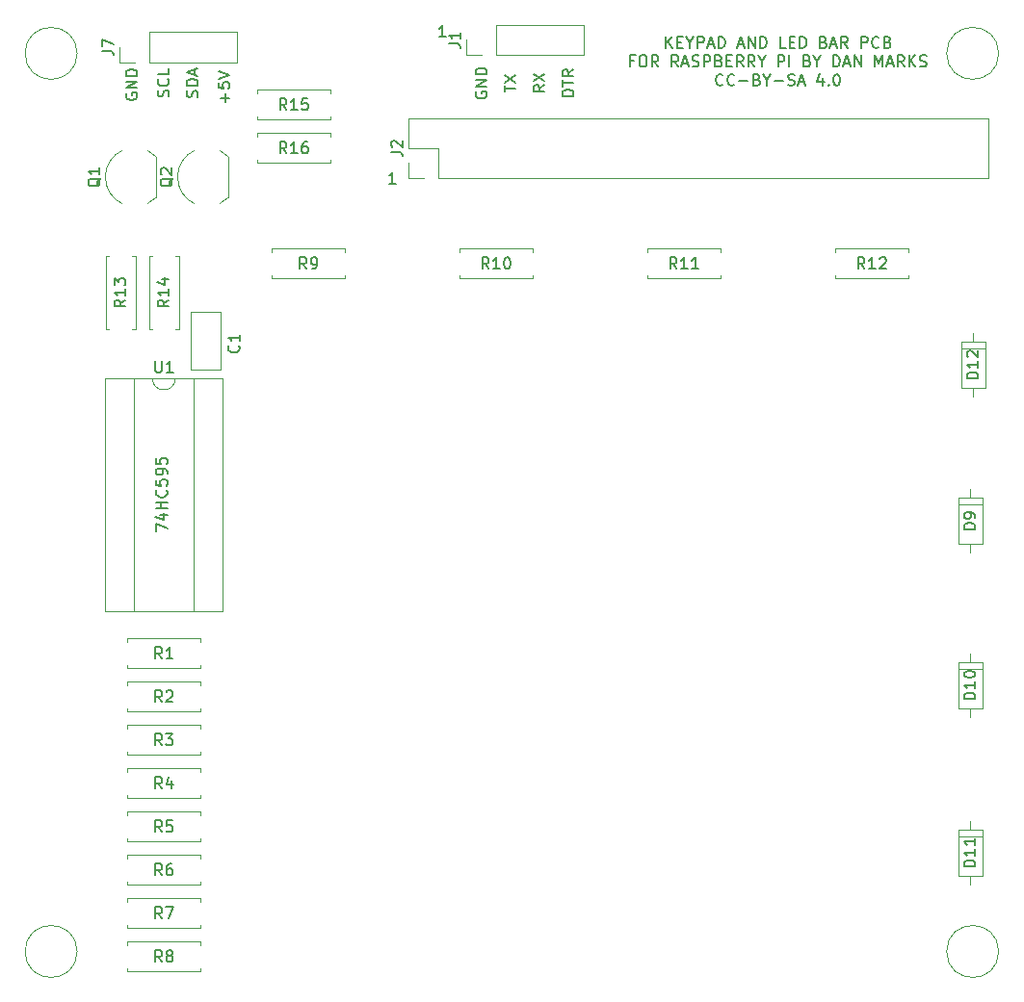
<source format=gbr>
G04 #@! TF.FileFunction,Legend,Top*
%FSLAX46Y46*%
G04 Gerber Fmt 4.6, Leading zero omitted, Abs format (unit mm)*
G04 Created by KiCad (PCBNEW 4.0.7) date 09/24/21 20:06:38*
%MOMM*%
%LPD*%
G01*
G04 APERTURE LIST*
%ADD10C,0.100000*%
%ADD11C,0.150000*%
%ADD12C,0.120000*%
G04 APERTURE END LIST*
D10*
D11*
X42314762Y-48815476D02*
X42362381Y-48672619D01*
X42362381Y-48434523D01*
X42314762Y-48339285D01*
X42267143Y-48291666D01*
X42171905Y-48244047D01*
X42076667Y-48244047D01*
X41981429Y-48291666D01*
X41933810Y-48339285D01*
X41886190Y-48434523D01*
X41838571Y-48625000D01*
X41790952Y-48720238D01*
X41743333Y-48767857D01*
X41648095Y-48815476D01*
X41552857Y-48815476D01*
X41457619Y-48767857D01*
X41410000Y-48720238D01*
X41362381Y-48625000D01*
X41362381Y-48386904D01*
X41410000Y-48244047D01*
X42267143Y-47244047D02*
X42314762Y-47291666D01*
X42362381Y-47434523D01*
X42362381Y-47529761D01*
X42314762Y-47672619D01*
X42219524Y-47767857D01*
X42124286Y-47815476D01*
X41933810Y-47863095D01*
X41790952Y-47863095D01*
X41600476Y-47815476D01*
X41505238Y-47767857D01*
X41410000Y-47672619D01*
X41362381Y-47529761D01*
X41362381Y-47434523D01*
X41410000Y-47291666D01*
X41457619Y-47244047D01*
X42362381Y-46339285D02*
X42362381Y-46815476D01*
X41362381Y-46815476D01*
X44854762Y-48839286D02*
X44902381Y-48696429D01*
X44902381Y-48458333D01*
X44854762Y-48363095D01*
X44807143Y-48315476D01*
X44711905Y-48267857D01*
X44616667Y-48267857D01*
X44521429Y-48315476D01*
X44473810Y-48363095D01*
X44426190Y-48458333D01*
X44378571Y-48648810D01*
X44330952Y-48744048D01*
X44283333Y-48791667D01*
X44188095Y-48839286D01*
X44092857Y-48839286D01*
X43997619Y-48791667D01*
X43950000Y-48744048D01*
X43902381Y-48648810D01*
X43902381Y-48410714D01*
X43950000Y-48267857D01*
X44902381Y-47839286D02*
X43902381Y-47839286D01*
X43902381Y-47601191D01*
X43950000Y-47458333D01*
X44045238Y-47363095D01*
X44140476Y-47315476D01*
X44330952Y-47267857D01*
X44473810Y-47267857D01*
X44664286Y-47315476D01*
X44759524Y-47363095D01*
X44854762Y-47458333D01*
X44902381Y-47601191D01*
X44902381Y-47839286D01*
X44616667Y-46886905D02*
X44616667Y-46410714D01*
X44902381Y-46982143D02*
X43902381Y-46648810D01*
X44902381Y-46315476D01*
X47315429Y-49291714D02*
X47315429Y-48529809D01*
X47696381Y-48910761D02*
X46934476Y-48910761D01*
X46696381Y-47577428D02*
X46696381Y-48053619D01*
X47172571Y-48101238D01*
X47124952Y-48053619D01*
X47077333Y-47958381D01*
X47077333Y-47720285D01*
X47124952Y-47625047D01*
X47172571Y-47577428D01*
X47267810Y-47529809D01*
X47505905Y-47529809D01*
X47601143Y-47577428D01*
X47648762Y-47625047D01*
X47696381Y-47720285D01*
X47696381Y-47958381D01*
X47648762Y-48053619D01*
X47601143Y-48101238D01*
X46696381Y-47244095D02*
X47696381Y-46910762D01*
X46696381Y-46577428D01*
X38616000Y-48513904D02*
X38568381Y-48609142D01*
X38568381Y-48751999D01*
X38616000Y-48894857D01*
X38711238Y-48990095D01*
X38806476Y-49037714D01*
X38996952Y-49085333D01*
X39139810Y-49085333D01*
X39330286Y-49037714D01*
X39425524Y-48990095D01*
X39520762Y-48894857D01*
X39568381Y-48751999D01*
X39568381Y-48656761D01*
X39520762Y-48513904D01*
X39473143Y-48466285D01*
X39139810Y-48466285D01*
X39139810Y-48656761D01*
X39568381Y-48037714D02*
X38568381Y-48037714D01*
X39568381Y-47466285D01*
X38568381Y-47466285D01*
X39568381Y-46990095D02*
X38568381Y-46990095D01*
X38568381Y-46752000D01*
X38616000Y-46609142D01*
X38711238Y-46513904D01*
X38806476Y-46466285D01*
X38996952Y-46418666D01*
X39139810Y-46418666D01*
X39330286Y-46466285D01*
X39425524Y-46513904D01*
X39520762Y-46609142D01*
X39568381Y-46752000D01*
X39568381Y-46990095D01*
X86051666Y-44522381D02*
X86051666Y-43522381D01*
X86623095Y-44522381D02*
X86194523Y-43950952D01*
X86623095Y-43522381D02*
X86051666Y-44093810D01*
X87051666Y-43998571D02*
X87385000Y-43998571D01*
X87527857Y-44522381D02*
X87051666Y-44522381D01*
X87051666Y-43522381D01*
X87527857Y-43522381D01*
X88146904Y-44046190D02*
X88146904Y-44522381D01*
X87813571Y-43522381D02*
X88146904Y-44046190D01*
X88480238Y-43522381D01*
X88813571Y-44522381D02*
X88813571Y-43522381D01*
X89194524Y-43522381D01*
X89289762Y-43570000D01*
X89337381Y-43617619D01*
X89385000Y-43712857D01*
X89385000Y-43855714D01*
X89337381Y-43950952D01*
X89289762Y-43998571D01*
X89194524Y-44046190D01*
X88813571Y-44046190D01*
X89765952Y-44236667D02*
X90242143Y-44236667D01*
X89670714Y-44522381D02*
X90004047Y-43522381D01*
X90337381Y-44522381D01*
X90670714Y-44522381D02*
X90670714Y-43522381D01*
X90908809Y-43522381D01*
X91051667Y-43570000D01*
X91146905Y-43665238D01*
X91194524Y-43760476D01*
X91242143Y-43950952D01*
X91242143Y-44093810D01*
X91194524Y-44284286D01*
X91146905Y-44379524D01*
X91051667Y-44474762D01*
X90908809Y-44522381D01*
X90670714Y-44522381D01*
X92385000Y-44236667D02*
X92861191Y-44236667D01*
X92289762Y-44522381D02*
X92623095Y-43522381D01*
X92956429Y-44522381D01*
X93289762Y-44522381D02*
X93289762Y-43522381D01*
X93861191Y-44522381D01*
X93861191Y-43522381D01*
X94337381Y-44522381D02*
X94337381Y-43522381D01*
X94575476Y-43522381D01*
X94718334Y-43570000D01*
X94813572Y-43665238D01*
X94861191Y-43760476D01*
X94908810Y-43950952D01*
X94908810Y-44093810D01*
X94861191Y-44284286D01*
X94813572Y-44379524D01*
X94718334Y-44474762D01*
X94575476Y-44522381D01*
X94337381Y-44522381D01*
X96575477Y-44522381D02*
X96099286Y-44522381D01*
X96099286Y-43522381D01*
X96908810Y-43998571D02*
X97242144Y-43998571D01*
X97385001Y-44522381D02*
X96908810Y-44522381D01*
X96908810Y-43522381D01*
X97385001Y-43522381D01*
X97813572Y-44522381D02*
X97813572Y-43522381D01*
X98051667Y-43522381D01*
X98194525Y-43570000D01*
X98289763Y-43665238D01*
X98337382Y-43760476D01*
X98385001Y-43950952D01*
X98385001Y-44093810D01*
X98337382Y-44284286D01*
X98289763Y-44379524D01*
X98194525Y-44474762D01*
X98051667Y-44522381D01*
X97813572Y-44522381D01*
X99908811Y-43998571D02*
X100051668Y-44046190D01*
X100099287Y-44093810D01*
X100146906Y-44189048D01*
X100146906Y-44331905D01*
X100099287Y-44427143D01*
X100051668Y-44474762D01*
X99956430Y-44522381D01*
X99575477Y-44522381D01*
X99575477Y-43522381D01*
X99908811Y-43522381D01*
X100004049Y-43570000D01*
X100051668Y-43617619D01*
X100099287Y-43712857D01*
X100099287Y-43808095D01*
X100051668Y-43903333D01*
X100004049Y-43950952D01*
X99908811Y-43998571D01*
X99575477Y-43998571D01*
X100527858Y-44236667D02*
X101004049Y-44236667D01*
X100432620Y-44522381D02*
X100765953Y-43522381D01*
X101099287Y-44522381D01*
X102004049Y-44522381D02*
X101670715Y-44046190D01*
X101432620Y-44522381D02*
X101432620Y-43522381D01*
X101813573Y-43522381D01*
X101908811Y-43570000D01*
X101956430Y-43617619D01*
X102004049Y-43712857D01*
X102004049Y-43855714D01*
X101956430Y-43950952D01*
X101908811Y-43998571D01*
X101813573Y-44046190D01*
X101432620Y-44046190D01*
X103194525Y-44522381D02*
X103194525Y-43522381D01*
X103575478Y-43522381D01*
X103670716Y-43570000D01*
X103718335Y-43617619D01*
X103765954Y-43712857D01*
X103765954Y-43855714D01*
X103718335Y-43950952D01*
X103670716Y-43998571D01*
X103575478Y-44046190D01*
X103194525Y-44046190D01*
X104765954Y-44427143D02*
X104718335Y-44474762D01*
X104575478Y-44522381D01*
X104480240Y-44522381D01*
X104337382Y-44474762D01*
X104242144Y-44379524D01*
X104194525Y-44284286D01*
X104146906Y-44093810D01*
X104146906Y-43950952D01*
X104194525Y-43760476D01*
X104242144Y-43665238D01*
X104337382Y-43570000D01*
X104480240Y-43522381D01*
X104575478Y-43522381D01*
X104718335Y-43570000D01*
X104765954Y-43617619D01*
X105527859Y-43998571D02*
X105670716Y-44046190D01*
X105718335Y-44093810D01*
X105765954Y-44189048D01*
X105765954Y-44331905D01*
X105718335Y-44427143D01*
X105670716Y-44474762D01*
X105575478Y-44522381D01*
X105194525Y-44522381D01*
X105194525Y-43522381D01*
X105527859Y-43522381D01*
X105623097Y-43570000D01*
X105670716Y-43617619D01*
X105718335Y-43712857D01*
X105718335Y-43808095D01*
X105670716Y-43903333D01*
X105623097Y-43950952D01*
X105527859Y-43998571D01*
X105194525Y-43998571D01*
X83218333Y-45648571D02*
X82884999Y-45648571D01*
X82884999Y-46172381D02*
X82884999Y-45172381D01*
X83361190Y-45172381D01*
X83932618Y-45172381D02*
X84123095Y-45172381D01*
X84218333Y-45220000D01*
X84313571Y-45315238D01*
X84361190Y-45505714D01*
X84361190Y-45839048D01*
X84313571Y-46029524D01*
X84218333Y-46124762D01*
X84123095Y-46172381D01*
X83932618Y-46172381D01*
X83837380Y-46124762D01*
X83742142Y-46029524D01*
X83694523Y-45839048D01*
X83694523Y-45505714D01*
X83742142Y-45315238D01*
X83837380Y-45220000D01*
X83932618Y-45172381D01*
X85361190Y-46172381D02*
X85027856Y-45696190D01*
X84789761Y-46172381D02*
X84789761Y-45172381D01*
X85170714Y-45172381D01*
X85265952Y-45220000D01*
X85313571Y-45267619D01*
X85361190Y-45362857D01*
X85361190Y-45505714D01*
X85313571Y-45600952D01*
X85265952Y-45648571D01*
X85170714Y-45696190D01*
X84789761Y-45696190D01*
X87123095Y-46172381D02*
X86789761Y-45696190D01*
X86551666Y-46172381D02*
X86551666Y-45172381D01*
X86932619Y-45172381D01*
X87027857Y-45220000D01*
X87075476Y-45267619D01*
X87123095Y-45362857D01*
X87123095Y-45505714D01*
X87075476Y-45600952D01*
X87027857Y-45648571D01*
X86932619Y-45696190D01*
X86551666Y-45696190D01*
X87504047Y-45886667D02*
X87980238Y-45886667D01*
X87408809Y-46172381D02*
X87742142Y-45172381D01*
X88075476Y-46172381D01*
X88361190Y-46124762D02*
X88504047Y-46172381D01*
X88742143Y-46172381D01*
X88837381Y-46124762D01*
X88885000Y-46077143D01*
X88932619Y-45981905D01*
X88932619Y-45886667D01*
X88885000Y-45791429D01*
X88837381Y-45743810D01*
X88742143Y-45696190D01*
X88551666Y-45648571D01*
X88456428Y-45600952D01*
X88408809Y-45553333D01*
X88361190Y-45458095D01*
X88361190Y-45362857D01*
X88408809Y-45267619D01*
X88456428Y-45220000D01*
X88551666Y-45172381D01*
X88789762Y-45172381D01*
X88932619Y-45220000D01*
X89361190Y-46172381D02*
X89361190Y-45172381D01*
X89742143Y-45172381D01*
X89837381Y-45220000D01*
X89885000Y-45267619D01*
X89932619Y-45362857D01*
X89932619Y-45505714D01*
X89885000Y-45600952D01*
X89837381Y-45648571D01*
X89742143Y-45696190D01*
X89361190Y-45696190D01*
X90694524Y-45648571D02*
X90837381Y-45696190D01*
X90885000Y-45743810D01*
X90932619Y-45839048D01*
X90932619Y-45981905D01*
X90885000Y-46077143D01*
X90837381Y-46124762D01*
X90742143Y-46172381D01*
X90361190Y-46172381D01*
X90361190Y-45172381D01*
X90694524Y-45172381D01*
X90789762Y-45220000D01*
X90837381Y-45267619D01*
X90885000Y-45362857D01*
X90885000Y-45458095D01*
X90837381Y-45553333D01*
X90789762Y-45600952D01*
X90694524Y-45648571D01*
X90361190Y-45648571D01*
X91361190Y-45648571D02*
X91694524Y-45648571D01*
X91837381Y-46172381D02*
X91361190Y-46172381D01*
X91361190Y-45172381D01*
X91837381Y-45172381D01*
X92837381Y-46172381D02*
X92504047Y-45696190D01*
X92265952Y-46172381D02*
X92265952Y-45172381D01*
X92646905Y-45172381D01*
X92742143Y-45220000D01*
X92789762Y-45267619D01*
X92837381Y-45362857D01*
X92837381Y-45505714D01*
X92789762Y-45600952D01*
X92742143Y-45648571D01*
X92646905Y-45696190D01*
X92265952Y-45696190D01*
X93837381Y-46172381D02*
X93504047Y-45696190D01*
X93265952Y-46172381D02*
X93265952Y-45172381D01*
X93646905Y-45172381D01*
X93742143Y-45220000D01*
X93789762Y-45267619D01*
X93837381Y-45362857D01*
X93837381Y-45505714D01*
X93789762Y-45600952D01*
X93742143Y-45648571D01*
X93646905Y-45696190D01*
X93265952Y-45696190D01*
X94456428Y-45696190D02*
X94456428Y-46172381D01*
X94123095Y-45172381D02*
X94456428Y-45696190D01*
X94789762Y-45172381D01*
X95885000Y-46172381D02*
X95885000Y-45172381D01*
X96265953Y-45172381D01*
X96361191Y-45220000D01*
X96408810Y-45267619D01*
X96456429Y-45362857D01*
X96456429Y-45505714D01*
X96408810Y-45600952D01*
X96361191Y-45648571D01*
X96265953Y-45696190D01*
X95885000Y-45696190D01*
X96885000Y-46172381D02*
X96885000Y-45172381D01*
X98456429Y-45648571D02*
X98599286Y-45696190D01*
X98646905Y-45743810D01*
X98694524Y-45839048D01*
X98694524Y-45981905D01*
X98646905Y-46077143D01*
X98599286Y-46124762D01*
X98504048Y-46172381D01*
X98123095Y-46172381D01*
X98123095Y-45172381D01*
X98456429Y-45172381D01*
X98551667Y-45220000D01*
X98599286Y-45267619D01*
X98646905Y-45362857D01*
X98646905Y-45458095D01*
X98599286Y-45553333D01*
X98551667Y-45600952D01*
X98456429Y-45648571D01*
X98123095Y-45648571D01*
X99313571Y-45696190D02*
X99313571Y-46172381D01*
X98980238Y-45172381D02*
X99313571Y-45696190D01*
X99646905Y-45172381D01*
X100742143Y-46172381D02*
X100742143Y-45172381D01*
X100980238Y-45172381D01*
X101123096Y-45220000D01*
X101218334Y-45315238D01*
X101265953Y-45410476D01*
X101313572Y-45600952D01*
X101313572Y-45743810D01*
X101265953Y-45934286D01*
X101218334Y-46029524D01*
X101123096Y-46124762D01*
X100980238Y-46172381D01*
X100742143Y-46172381D01*
X101694524Y-45886667D02*
X102170715Y-45886667D01*
X101599286Y-46172381D02*
X101932619Y-45172381D01*
X102265953Y-46172381D01*
X102599286Y-46172381D02*
X102599286Y-45172381D01*
X103170715Y-46172381D01*
X103170715Y-45172381D01*
X104408810Y-46172381D02*
X104408810Y-45172381D01*
X104742144Y-45886667D01*
X105075477Y-45172381D01*
X105075477Y-46172381D01*
X105504048Y-45886667D02*
X105980239Y-45886667D01*
X105408810Y-46172381D02*
X105742143Y-45172381D01*
X106075477Y-46172381D01*
X106980239Y-46172381D02*
X106646905Y-45696190D01*
X106408810Y-46172381D02*
X106408810Y-45172381D01*
X106789763Y-45172381D01*
X106885001Y-45220000D01*
X106932620Y-45267619D01*
X106980239Y-45362857D01*
X106980239Y-45505714D01*
X106932620Y-45600952D01*
X106885001Y-45648571D01*
X106789763Y-45696190D01*
X106408810Y-45696190D01*
X107408810Y-46172381D02*
X107408810Y-45172381D01*
X107980239Y-46172381D02*
X107551667Y-45600952D01*
X107980239Y-45172381D02*
X107408810Y-45743810D01*
X108361191Y-46124762D02*
X108504048Y-46172381D01*
X108742144Y-46172381D01*
X108837382Y-46124762D01*
X108885001Y-46077143D01*
X108932620Y-45981905D01*
X108932620Y-45886667D01*
X108885001Y-45791429D01*
X108837382Y-45743810D01*
X108742144Y-45696190D01*
X108551667Y-45648571D01*
X108456429Y-45600952D01*
X108408810Y-45553333D01*
X108361191Y-45458095D01*
X108361191Y-45362857D01*
X108408810Y-45267619D01*
X108456429Y-45220000D01*
X108551667Y-45172381D01*
X108789763Y-45172381D01*
X108932620Y-45220000D01*
X91051667Y-47727143D02*
X91004048Y-47774762D01*
X90861191Y-47822381D01*
X90765953Y-47822381D01*
X90623095Y-47774762D01*
X90527857Y-47679524D01*
X90480238Y-47584286D01*
X90432619Y-47393810D01*
X90432619Y-47250952D01*
X90480238Y-47060476D01*
X90527857Y-46965238D01*
X90623095Y-46870000D01*
X90765953Y-46822381D01*
X90861191Y-46822381D01*
X91004048Y-46870000D01*
X91051667Y-46917619D01*
X92051667Y-47727143D02*
X92004048Y-47774762D01*
X91861191Y-47822381D01*
X91765953Y-47822381D01*
X91623095Y-47774762D01*
X91527857Y-47679524D01*
X91480238Y-47584286D01*
X91432619Y-47393810D01*
X91432619Y-47250952D01*
X91480238Y-47060476D01*
X91527857Y-46965238D01*
X91623095Y-46870000D01*
X91765953Y-46822381D01*
X91861191Y-46822381D01*
X92004048Y-46870000D01*
X92051667Y-46917619D01*
X92480238Y-47441429D02*
X93242143Y-47441429D01*
X94051667Y-47298571D02*
X94194524Y-47346190D01*
X94242143Y-47393810D01*
X94289762Y-47489048D01*
X94289762Y-47631905D01*
X94242143Y-47727143D01*
X94194524Y-47774762D01*
X94099286Y-47822381D01*
X93718333Y-47822381D01*
X93718333Y-46822381D01*
X94051667Y-46822381D01*
X94146905Y-46870000D01*
X94194524Y-46917619D01*
X94242143Y-47012857D01*
X94242143Y-47108095D01*
X94194524Y-47203333D01*
X94146905Y-47250952D01*
X94051667Y-47298571D01*
X93718333Y-47298571D01*
X94908809Y-47346190D02*
X94908809Y-47822381D01*
X94575476Y-46822381D02*
X94908809Y-47346190D01*
X95242143Y-46822381D01*
X95575476Y-47441429D02*
X96337381Y-47441429D01*
X96765952Y-47774762D02*
X96908809Y-47822381D01*
X97146905Y-47822381D01*
X97242143Y-47774762D01*
X97289762Y-47727143D01*
X97337381Y-47631905D01*
X97337381Y-47536667D01*
X97289762Y-47441429D01*
X97242143Y-47393810D01*
X97146905Y-47346190D01*
X96956428Y-47298571D01*
X96861190Y-47250952D01*
X96813571Y-47203333D01*
X96765952Y-47108095D01*
X96765952Y-47012857D01*
X96813571Y-46917619D01*
X96861190Y-46870000D01*
X96956428Y-46822381D01*
X97194524Y-46822381D01*
X97337381Y-46870000D01*
X97718333Y-47536667D02*
X98194524Y-47536667D01*
X97623095Y-47822381D02*
X97956428Y-46822381D01*
X98289762Y-47822381D01*
X99813572Y-47155714D02*
X99813572Y-47822381D01*
X99575476Y-46774762D02*
X99337381Y-47489048D01*
X99956429Y-47489048D01*
X100337381Y-47727143D02*
X100385000Y-47774762D01*
X100337381Y-47822381D01*
X100289762Y-47774762D01*
X100337381Y-47727143D01*
X100337381Y-47822381D01*
X101004047Y-46822381D02*
X101099286Y-46822381D01*
X101194524Y-46870000D01*
X101242143Y-46917619D01*
X101289762Y-47012857D01*
X101337381Y-47203333D01*
X101337381Y-47441429D01*
X101289762Y-47631905D01*
X101242143Y-47727143D01*
X101194524Y-47774762D01*
X101099286Y-47822381D01*
X101004047Y-47822381D01*
X100908809Y-47774762D01*
X100861190Y-47727143D01*
X100813571Y-47631905D01*
X100765952Y-47441429D01*
X100765952Y-47203333D01*
X100813571Y-47012857D01*
X100861190Y-46917619D01*
X100908809Y-46870000D01*
X101004047Y-46822381D01*
X62285715Y-56452381D02*
X61714286Y-56452381D01*
X62000000Y-56452381D02*
X62000000Y-55452381D01*
X61904762Y-55595238D01*
X61809524Y-55690476D01*
X61714286Y-55738095D01*
X66695715Y-43532381D02*
X66124286Y-43532381D01*
X66410000Y-43532381D02*
X66410000Y-42532381D01*
X66314762Y-42675238D01*
X66219524Y-42770476D01*
X66124286Y-42818095D01*
X41212381Y-87041905D02*
X41212381Y-86375238D01*
X42212381Y-86803810D01*
X41545714Y-85565714D02*
X42212381Y-85565714D01*
X41164762Y-85803810D02*
X41879048Y-86041905D01*
X41879048Y-85422857D01*
X42212381Y-85041905D02*
X41212381Y-85041905D01*
X41688571Y-85041905D02*
X41688571Y-84470476D01*
X42212381Y-84470476D02*
X41212381Y-84470476D01*
X42117143Y-83422857D02*
X42164762Y-83470476D01*
X42212381Y-83613333D01*
X42212381Y-83708571D01*
X42164762Y-83851429D01*
X42069524Y-83946667D01*
X41974286Y-83994286D01*
X41783810Y-84041905D01*
X41640952Y-84041905D01*
X41450476Y-83994286D01*
X41355238Y-83946667D01*
X41260000Y-83851429D01*
X41212381Y-83708571D01*
X41212381Y-83613333D01*
X41260000Y-83470476D01*
X41307619Y-83422857D01*
X41212381Y-82518095D02*
X41212381Y-82994286D01*
X41688571Y-83041905D01*
X41640952Y-82994286D01*
X41593333Y-82899048D01*
X41593333Y-82660952D01*
X41640952Y-82565714D01*
X41688571Y-82518095D01*
X41783810Y-82470476D01*
X42021905Y-82470476D01*
X42117143Y-82518095D01*
X42164762Y-82565714D01*
X42212381Y-82660952D01*
X42212381Y-82899048D01*
X42164762Y-82994286D01*
X42117143Y-83041905D01*
X42212381Y-81994286D02*
X42212381Y-81803810D01*
X42164762Y-81708571D01*
X42117143Y-81660952D01*
X41974286Y-81565714D01*
X41783810Y-81518095D01*
X41402857Y-81518095D01*
X41307619Y-81565714D01*
X41260000Y-81613333D01*
X41212381Y-81708571D01*
X41212381Y-81899048D01*
X41260000Y-81994286D01*
X41307619Y-82041905D01*
X41402857Y-82089524D01*
X41640952Y-82089524D01*
X41736190Y-82041905D01*
X41783810Y-81994286D01*
X41831429Y-81899048D01*
X41831429Y-81708571D01*
X41783810Y-81613333D01*
X41736190Y-81565714D01*
X41640952Y-81518095D01*
X41212381Y-80613333D02*
X41212381Y-81089524D01*
X41688571Y-81137143D01*
X41640952Y-81089524D01*
X41593333Y-80994286D01*
X41593333Y-80756190D01*
X41640952Y-80660952D01*
X41688571Y-80613333D01*
X41783810Y-80565714D01*
X42021905Y-80565714D01*
X42117143Y-80613333D01*
X42164762Y-80660952D01*
X42212381Y-80756190D01*
X42212381Y-80994286D01*
X42164762Y-81089524D01*
X42117143Y-81137143D01*
X77922381Y-48767857D02*
X76922381Y-48767857D01*
X76922381Y-48529762D01*
X76970000Y-48386904D01*
X77065238Y-48291666D01*
X77160476Y-48244047D01*
X77350952Y-48196428D01*
X77493810Y-48196428D01*
X77684286Y-48244047D01*
X77779524Y-48291666D01*
X77874762Y-48386904D01*
X77922381Y-48529762D01*
X77922381Y-48767857D01*
X76922381Y-47910714D02*
X76922381Y-47339285D01*
X77922381Y-47625000D02*
X76922381Y-47625000D01*
X77922381Y-46434523D02*
X77446190Y-46767857D01*
X77922381Y-47005952D02*
X76922381Y-47005952D01*
X76922381Y-46624999D01*
X76970000Y-46529761D01*
X77017619Y-46482142D01*
X77112857Y-46434523D01*
X77255714Y-46434523D01*
X77350952Y-46482142D01*
X77398571Y-46529761D01*
X77446190Y-46624999D01*
X77446190Y-47005952D01*
X75382381Y-47791666D02*
X74906190Y-48125000D01*
X75382381Y-48363095D02*
X74382381Y-48363095D01*
X74382381Y-47982142D01*
X74430000Y-47886904D01*
X74477619Y-47839285D01*
X74572857Y-47791666D01*
X74715714Y-47791666D01*
X74810952Y-47839285D01*
X74858571Y-47886904D01*
X74906190Y-47982142D01*
X74906190Y-48363095D01*
X74382381Y-47458333D02*
X75382381Y-46791666D01*
X74382381Y-46791666D02*
X75382381Y-47458333D01*
X71842381Y-48386905D02*
X71842381Y-47815476D01*
X72842381Y-48101191D02*
X71842381Y-48101191D01*
X71842381Y-47577381D02*
X72842381Y-46910714D01*
X71842381Y-46910714D02*
X72842381Y-47577381D01*
X69350000Y-48386904D02*
X69302381Y-48482142D01*
X69302381Y-48624999D01*
X69350000Y-48767857D01*
X69445238Y-48863095D01*
X69540476Y-48910714D01*
X69730952Y-48958333D01*
X69873810Y-48958333D01*
X70064286Y-48910714D01*
X70159524Y-48863095D01*
X70254762Y-48767857D01*
X70302381Y-48624999D01*
X70302381Y-48529761D01*
X70254762Y-48386904D01*
X70207143Y-48339285D01*
X69873810Y-48339285D01*
X69873810Y-48529761D01*
X70302381Y-47910714D02*
X69302381Y-47910714D01*
X70302381Y-47339285D01*
X69302381Y-47339285D01*
X70302381Y-46863095D02*
X69302381Y-46863095D01*
X69302381Y-46625000D01*
X69350000Y-46482142D01*
X69445238Y-46386904D01*
X69540476Y-46339285D01*
X69730952Y-46291666D01*
X69873810Y-46291666D01*
X70064286Y-46339285D01*
X70159524Y-46386904D01*
X70254762Y-46482142D01*
X70302381Y-46625000D01*
X70302381Y-46863095D01*
D12*
X45120000Y-106390000D02*
X45120000Y-106720000D01*
X45120000Y-106720000D02*
X38700000Y-106720000D01*
X38700000Y-106720000D02*
X38700000Y-106390000D01*
X45120000Y-104430000D02*
X45120000Y-104100000D01*
X45120000Y-104100000D02*
X38700000Y-104100000D01*
X38700000Y-104100000D02*
X38700000Y-104430000D01*
X44260000Y-72860000D02*
X44260000Y-67740000D01*
X46880000Y-72860000D02*
X46880000Y-67740000D01*
X44260000Y-72860000D02*
X46880000Y-72860000D01*
X44260000Y-67740000D02*
X46880000Y-67740000D01*
X113836000Y-84046000D02*
X111716000Y-84046000D01*
X111716000Y-84046000D02*
X111716000Y-88166000D01*
X111716000Y-88166000D02*
X113836000Y-88166000D01*
X113836000Y-88166000D02*
X113836000Y-84046000D01*
X112776000Y-83276000D02*
X112776000Y-84046000D01*
X112776000Y-88936000D02*
X112776000Y-88166000D01*
X113836000Y-84706000D02*
X111716000Y-84706000D01*
X113836000Y-98524000D02*
X111716000Y-98524000D01*
X111716000Y-98524000D02*
X111716000Y-102644000D01*
X111716000Y-102644000D02*
X113836000Y-102644000D01*
X113836000Y-102644000D02*
X113836000Y-98524000D01*
X112776000Y-97754000D02*
X112776000Y-98524000D01*
X112776000Y-103414000D02*
X112776000Y-102644000D01*
X113836000Y-99184000D02*
X111716000Y-99184000D01*
X113836000Y-113256000D02*
X111716000Y-113256000D01*
X111716000Y-113256000D02*
X111716000Y-117376000D01*
X111716000Y-117376000D02*
X113836000Y-117376000D01*
X113836000Y-117376000D02*
X113836000Y-113256000D01*
X112776000Y-112486000D02*
X112776000Y-113256000D01*
X112776000Y-118146000D02*
X112776000Y-117376000D01*
X113836000Y-113916000D02*
X111716000Y-113916000D01*
X114090000Y-70330000D02*
X111970000Y-70330000D01*
X111970000Y-70330000D02*
X111970000Y-74450000D01*
X111970000Y-74450000D02*
X114090000Y-74450000D01*
X114090000Y-74450000D02*
X114090000Y-70330000D01*
X113030000Y-69560000D02*
X113030000Y-70330000D01*
X113030000Y-75220000D02*
X113030000Y-74450000D01*
X114090000Y-70990000D02*
X111970000Y-70990000D01*
X78800000Y-45145000D02*
X78800000Y-42485000D01*
X71120000Y-45145000D02*
X78800000Y-45145000D01*
X71120000Y-42485000D02*
X78800000Y-42485000D01*
X71120000Y-45145000D02*
X71120000Y-42485000D01*
X69850000Y-45145000D02*
X68520000Y-45145000D01*
X68520000Y-45145000D02*
X68520000Y-43815000D01*
X114360000Y-55940000D02*
X114360000Y-50740000D01*
X66040000Y-55940000D02*
X114360000Y-55940000D01*
X63440000Y-50740000D02*
X114360000Y-50740000D01*
X66040000Y-55940000D02*
X66040000Y-53340000D01*
X66040000Y-53340000D02*
X63440000Y-53340000D01*
X63440000Y-53340000D02*
X63440000Y-50740000D01*
X64770000Y-55940000D02*
X63440000Y-55940000D01*
X63440000Y-55940000D02*
X63440000Y-54610000D01*
X45120000Y-98770000D02*
X45120000Y-99100000D01*
X45120000Y-99100000D02*
X38700000Y-99100000D01*
X38700000Y-99100000D02*
X38700000Y-98770000D01*
X45120000Y-96810000D02*
X45120000Y-96480000D01*
X45120000Y-96480000D02*
X38700000Y-96480000D01*
X38700000Y-96480000D02*
X38700000Y-96810000D01*
X45120000Y-102580000D02*
X45120000Y-102910000D01*
X45120000Y-102910000D02*
X38700000Y-102910000D01*
X38700000Y-102910000D02*
X38700000Y-102580000D01*
X45120000Y-100620000D02*
X45120000Y-100290000D01*
X45120000Y-100290000D02*
X38700000Y-100290000D01*
X38700000Y-100290000D02*
X38700000Y-100620000D01*
X45120000Y-110200000D02*
X45120000Y-110530000D01*
X45120000Y-110530000D02*
X38700000Y-110530000D01*
X38700000Y-110530000D02*
X38700000Y-110200000D01*
X45120000Y-108240000D02*
X45120000Y-107910000D01*
X45120000Y-107910000D02*
X38700000Y-107910000D01*
X38700000Y-107910000D02*
X38700000Y-108240000D01*
X45120000Y-114010000D02*
X45120000Y-114340000D01*
X45120000Y-114340000D02*
X38700000Y-114340000D01*
X38700000Y-114340000D02*
X38700000Y-114010000D01*
X45120000Y-112050000D02*
X45120000Y-111720000D01*
X45120000Y-111720000D02*
X38700000Y-111720000D01*
X38700000Y-111720000D02*
X38700000Y-112050000D01*
X45120000Y-117820000D02*
X45120000Y-118150000D01*
X45120000Y-118150000D02*
X38700000Y-118150000D01*
X38700000Y-118150000D02*
X38700000Y-117820000D01*
X45120000Y-115860000D02*
X45120000Y-115530000D01*
X45120000Y-115530000D02*
X38700000Y-115530000D01*
X38700000Y-115530000D02*
X38700000Y-115860000D01*
X45120000Y-121630000D02*
X45120000Y-121960000D01*
X45120000Y-121960000D02*
X38700000Y-121960000D01*
X38700000Y-121960000D02*
X38700000Y-121630000D01*
X45120000Y-119670000D02*
X45120000Y-119340000D01*
X45120000Y-119340000D02*
X38700000Y-119340000D01*
X38700000Y-119340000D02*
X38700000Y-119670000D01*
X45120000Y-125440000D02*
X45120000Y-125770000D01*
X45120000Y-125770000D02*
X38700000Y-125770000D01*
X38700000Y-125770000D02*
X38700000Y-125440000D01*
X45120000Y-123480000D02*
X45120000Y-123150000D01*
X45120000Y-123150000D02*
X38700000Y-123150000D01*
X38700000Y-123150000D02*
X38700000Y-123480000D01*
X51400000Y-62520000D02*
X51400000Y-62190000D01*
X51400000Y-62190000D02*
X57820000Y-62190000D01*
X57820000Y-62190000D02*
X57820000Y-62520000D01*
X51400000Y-64480000D02*
X51400000Y-64810000D01*
X51400000Y-64810000D02*
X57820000Y-64810000D01*
X57820000Y-64810000D02*
X57820000Y-64480000D01*
X67910000Y-62520000D02*
X67910000Y-62190000D01*
X67910000Y-62190000D02*
X74330000Y-62190000D01*
X74330000Y-62190000D02*
X74330000Y-62520000D01*
X67910000Y-64480000D02*
X67910000Y-64810000D01*
X67910000Y-64810000D02*
X74330000Y-64810000D01*
X74330000Y-64810000D02*
X74330000Y-64480000D01*
X84420000Y-62520000D02*
X84420000Y-62190000D01*
X84420000Y-62190000D02*
X90840000Y-62190000D01*
X90840000Y-62190000D02*
X90840000Y-62520000D01*
X84420000Y-64480000D02*
X84420000Y-64810000D01*
X84420000Y-64810000D02*
X90840000Y-64810000D01*
X90840000Y-64810000D02*
X90840000Y-64480000D01*
X100930000Y-62520000D02*
X100930000Y-62190000D01*
X100930000Y-62190000D02*
X107350000Y-62190000D01*
X107350000Y-62190000D02*
X107350000Y-62520000D01*
X100930000Y-64480000D02*
X100930000Y-64810000D01*
X100930000Y-64810000D02*
X107350000Y-64810000D01*
X107350000Y-64810000D02*
X107350000Y-64480000D01*
X42910000Y-73600000D02*
G75*
G02X40910000Y-73600000I-1000000J0D01*
G01*
X40910000Y-73600000D02*
X39260000Y-73600000D01*
X39260000Y-73600000D02*
X39260000Y-94040000D01*
X39260000Y-94040000D02*
X44560000Y-94040000D01*
X44560000Y-94040000D02*
X44560000Y-73600000D01*
X44560000Y-73600000D02*
X42910000Y-73600000D01*
X36770000Y-73540000D02*
X36770000Y-94100000D01*
X36770000Y-94100000D02*
X47050000Y-94100000D01*
X47050000Y-94100000D02*
X47050000Y-73540000D01*
X47050000Y-73540000D02*
X36770000Y-73540000D01*
X34286000Y-45000000D02*
G75*
G03X34286000Y-45000000I-2286000J0D01*
G01*
X115286000Y-45000000D02*
G75*
G03X115286000Y-45000000I-2286000J0D01*
G01*
X115286000Y-124000000D02*
G75*
G03X115286000Y-124000000I-2286000J0D01*
G01*
X34286000Y-124000000D02*
G75*
G03X34286000Y-124000000I-2286000J0D01*
G01*
X48320000Y-45780000D02*
X48320000Y-43120000D01*
X40640000Y-45780000D02*
X48320000Y-45780000D01*
X40640000Y-43120000D02*
X48320000Y-43120000D01*
X40640000Y-45780000D02*
X40640000Y-43120000D01*
X39370000Y-45780000D02*
X38040000Y-45780000D01*
X38040000Y-45780000D02*
X38040000Y-44450000D01*
X41220000Y-57680000D02*
X41220000Y-54080000D01*
X40492795Y-58204184D02*
G75*
G03X41220000Y-57680000I-1122795J2324184D01*
G01*
X38271193Y-58236400D02*
G75*
G02X36770000Y-55880000I1098807J2356400D01*
G01*
X38271193Y-53523600D02*
G75*
G03X36770000Y-55880000I1098807J-2356400D01*
G01*
X40492795Y-53555816D02*
G75*
G02X41220000Y-54080000I-1122795J-2324184D01*
G01*
X47570000Y-57680000D02*
X47570000Y-54080000D01*
X46842795Y-58204184D02*
G75*
G03X47570000Y-57680000I-1122795J2324184D01*
G01*
X44621193Y-58236400D02*
G75*
G02X43120000Y-55880000I1098807J2356400D01*
G01*
X44621193Y-53523600D02*
G75*
G03X43120000Y-55880000I1098807J-2356400D01*
G01*
X46842795Y-53555816D02*
G75*
G02X47570000Y-54080000I-1122795J-2324184D01*
G01*
X37120000Y-69250000D02*
X36790000Y-69250000D01*
X36790000Y-69250000D02*
X36790000Y-62830000D01*
X36790000Y-62830000D02*
X37120000Y-62830000D01*
X39080000Y-69250000D02*
X39410000Y-69250000D01*
X39410000Y-69250000D02*
X39410000Y-62830000D01*
X39410000Y-62830000D02*
X39080000Y-62830000D01*
X40930000Y-69250000D02*
X40600000Y-69250000D01*
X40600000Y-69250000D02*
X40600000Y-62830000D01*
X40600000Y-62830000D02*
X40930000Y-62830000D01*
X42890000Y-69250000D02*
X43220000Y-69250000D01*
X43220000Y-69250000D02*
X43220000Y-62830000D01*
X43220000Y-62830000D02*
X42890000Y-62830000D01*
X56550000Y-50510000D02*
X56550000Y-50840000D01*
X56550000Y-50840000D02*
X50130000Y-50840000D01*
X50130000Y-50840000D02*
X50130000Y-50510000D01*
X56550000Y-48550000D02*
X56550000Y-48220000D01*
X56550000Y-48220000D02*
X50130000Y-48220000D01*
X50130000Y-48220000D02*
X50130000Y-48550000D01*
X56550000Y-54320000D02*
X56550000Y-54650000D01*
X56550000Y-54650000D02*
X50130000Y-54650000D01*
X50130000Y-54650000D02*
X50130000Y-54320000D01*
X56550000Y-52360000D02*
X56550000Y-52030000D01*
X56550000Y-52030000D02*
X50130000Y-52030000D01*
X50130000Y-52030000D02*
X50130000Y-52360000D01*
D11*
X41743334Y-105862381D02*
X41410000Y-105386190D01*
X41171905Y-105862381D02*
X41171905Y-104862381D01*
X41552858Y-104862381D01*
X41648096Y-104910000D01*
X41695715Y-104957619D01*
X41743334Y-105052857D01*
X41743334Y-105195714D01*
X41695715Y-105290952D01*
X41648096Y-105338571D01*
X41552858Y-105386190D01*
X41171905Y-105386190D01*
X42076667Y-104862381D02*
X42695715Y-104862381D01*
X42362381Y-105243333D01*
X42505239Y-105243333D01*
X42600477Y-105290952D01*
X42648096Y-105338571D01*
X42695715Y-105433810D01*
X42695715Y-105671905D01*
X42648096Y-105767143D01*
X42600477Y-105814762D01*
X42505239Y-105862381D01*
X42219524Y-105862381D01*
X42124286Y-105814762D01*
X42076667Y-105767143D01*
X48467143Y-70700666D02*
X48514762Y-70748285D01*
X48562381Y-70891142D01*
X48562381Y-70986380D01*
X48514762Y-71129238D01*
X48419524Y-71224476D01*
X48324286Y-71272095D01*
X48133810Y-71319714D01*
X47990952Y-71319714D01*
X47800476Y-71272095D01*
X47705238Y-71224476D01*
X47610000Y-71129238D01*
X47562381Y-70986380D01*
X47562381Y-70891142D01*
X47610000Y-70748285D01*
X47657619Y-70700666D01*
X48562381Y-69748285D02*
X48562381Y-70319714D01*
X48562381Y-70034000D02*
X47562381Y-70034000D01*
X47705238Y-70129238D01*
X47800476Y-70224476D01*
X47848095Y-70319714D01*
X113232381Y-86878095D02*
X112232381Y-86878095D01*
X112232381Y-86640000D01*
X112280000Y-86497142D01*
X112375238Y-86401904D01*
X112470476Y-86354285D01*
X112660952Y-86306666D01*
X112803810Y-86306666D01*
X112994286Y-86354285D01*
X113089524Y-86401904D01*
X113184762Y-86497142D01*
X113232381Y-86640000D01*
X113232381Y-86878095D01*
X113232381Y-85830476D02*
X113232381Y-85640000D01*
X113184762Y-85544761D01*
X113137143Y-85497142D01*
X112994286Y-85401904D01*
X112803810Y-85354285D01*
X112422857Y-85354285D01*
X112327619Y-85401904D01*
X112280000Y-85449523D01*
X112232381Y-85544761D01*
X112232381Y-85735238D01*
X112280000Y-85830476D01*
X112327619Y-85878095D01*
X112422857Y-85925714D01*
X112660952Y-85925714D01*
X112756190Y-85878095D01*
X112803810Y-85830476D01*
X112851429Y-85735238D01*
X112851429Y-85544761D01*
X112803810Y-85449523D01*
X112756190Y-85401904D01*
X112660952Y-85354285D01*
X113228381Y-101798286D02*
X112228381Y-101798286D01*
X112228381Y-101560191D01*
X112276000Y-101417333D01*
X112371238Y-101322095D01*
X112466476Y-101274476D01*
X112656952Y-101226857D01*
X112799810Y-101226857D01*
X112990286Y-101274476D01*
X113085524Y-101322095D01*
X113180762Y-101417333D01*
X113228381Y-101560191D01*
X113228381Y-101798286D01*
X113228381Y-100274476D02*
X113228381Y-100845905D01*
X113228381Y-100560191D02*
X112228381Y-100560191D01*
X112371238Y-100655429D01*
X112466476Y-100750667D01*
X112514095Y-100845905D01*
X112228381Y-99655429D02*
X112228381Y-99560190D01*
X112276000Y-99464952D01*
X112323619Y-99417333D01*
X112418857Y-99369714D01*
X112609333Y-99322095D01*
X112847429Y-99322095D01*
X113037905Y-99369714D01*
X113133143Y-99417333D01*
X113180762Y-99464952D01*
X113228381Y-99560190D01*
X113228381Y-99655429D01*
X113180762Y-99750667D01*
X113133143Y-99798286D01*
X113037905Y-99845905D01*
X112847429Y-99893524D01*
X112609333Y-99893524D01*
X112418857Y-99845905D01*
X112323619Y-99798286D01*
X112276000Y-99750667D01*
X112228381Y-99655429D01*
X113228381Y-116530286D02*
X112228381Y-116530286D01*
X112228381Y-116292191D01*
X112276000Y-116149333D01*
X112371238Y-116054095D01*
X112466476Y-116006476D01*
X112656952Y-115958857D01*
X112799810Y-115958857D01*
X112990286Y-116006476D01*
X113085524Y-116054095D01*
X113180762Y-116149333D01*
X113228381Y-116292191D01*
X113228381Y-116530286D01*
X113228381Y-115006476D02*
X113228381Y-115577905D01*
X113228381Y-115292191D02*
X112228381Y-115292191D01*
X112371238Y-115387429D01*
X112466476Y-115482667D01*
X112514095Y-115577905D01*
X113228381Y-114054095D02*
X113228381Y-114625524D01*
X113228381Y-114339810D02*
X112228381Y-114339810D01*
X112371238Y-114435048D01*
X112466476Y-114530286D01*
X112514095Y-114625524D01*
X113482381Y-73604286D02*
X112482381Y-73604286D01*
X112482381Y-73366191D01*
X112530000Y-73223333D01*
X112625238Y-73128095D01*
X112720476Y-73080476D01*
X112910952Y-73032857D01*
X113053810Y-73032857D01*
X113244286Y-73080476D01*
X113339524Y-73128095D01*
X113434762Y-73223333D01*
X113482381Y-73366191D01*
X113482381Y-73604286D01*
X113482381Y-72080476D02*
X113482381Y-72651905D01*
X113482381Y-72366191D02*
X112482381Y-72366191D01*
X112625238Y-72461429D01*
X112720476Y-72556667D01*
X112768095Y-72651905D01*
X112577619Y-71699524D02*
X112530000Y-71651905D01*
X112482381Y-71556667D01*
X112482381Y-71318571D01*
X112530000Y-71223333D01*
X112577619Y-71175714D01*
X112672857Y-71128095D01*
X112768095Y-71128095D01*
X112910952Y-71175714D01*
X113482381Y-71747143D01*
X113482381Y-71128095D01*
X66972381Y-44148333D02*
X67686667Y-44148333D01*
X67829524Y-44195953D01*
X67924762Y-44291191D01*
X67972381Y-44434048D01*
X67972381Y-44529286D01*
X67972381Y-43148333D02*
X67972381Y-43719762D01*
X67972381Y-43434048D02*
X66972381Y-43434048D01*
X67115238Y-43529286D01*
X67210476Y-43624524D01*
X67258095Y-43719762D01*
X61892381Y-53673333D02*
X62606667Y-53673333D01*
X62749524Y-53720953D01*
X62844762Y-53816191D01*
X62892381Y-53959048D01*
X62892381Y-54054286D01*
X61987619Y-53244762D02*
X61940000Y-53197143D01*
X61892381Y-53101905D01*
X61892381Y-52863809D01*
X61940000Y-52768571D01*
X61987619Y-52720952D01*
X62082857Y-52673333D01*
X62178095Y-52673333D01*
X62320952Y-52720952D01*
X62892381Y-53292381D01*
X62892381Y-52673333D01*
X41743334Y-98242381D02*
X41410000Y-97766190D01*
X41171905Y-98242381D02*
X41171905Y-97242381D01*
X41552858Y-97242381D01*
X41648096Y-97290000D01*
X41695715Y-97337619D01*
X41743334Y-97432857D01*
X41743334Y-97575714D01*
X41695715Y-97670952D01*
X41648096Y-97718571D01*
X41552858Y-97766190D01*
X41171905Y-97766190D01*
X42695715Y-98242381D02*
X42124286Y-98242381D01*
X42410000Y-98242381D02*
X42410000Y-97242381D01*
X42314762Y-97385238D01*
X42219524Y-97480476D01*
X42124286Y-97528095D01*
X41743334Y-102052381D02*
X41410000Y-101576190D01*
X41171905Y-102052381D02*
X41171905Y-101052381D01*
X41552858Y-101052381D01*
X41648096Y-101100000D01*
X41695715Y-101147619D01*
X41743334Y-101242857D01*
X41743334Y-101385714D01*
X41695715Y-101480952D01*
X41648096Y-101528571D01*
X41552858Y-101576190D01*
X41171905Y-101576190D01*
X42124286Y-101147619D02*
X42171905Y-101100000D01*
X42267143Y-101052381D01*
X42505239Y-101052381D01*
X42600477Y-101100000D01*
X42648096Y-101147619D01*
X42695715Y-101242857D01*
X42695715Y-101338095D01*
X42648096Y-101480952D01*
X42076667Y-102052381D01*
X42695715Y-102052381D01*
X41743334Y-109672381D02*
X41410000Y-109196190D01*
X41171905Y-109672381D02*
X41171905Y-108672381D01*
X41552858Y-108672381D01*
X41648096Y-108720000D01*
X41695715Y-108767619D01*
X41743334Y-108862857D01*
X41743334Y-109005714D01*
X41695715Y-109100952D01*
X41648096Y-109148571D01*
X41552858Y-109196190D01*
X41171905Y-109196190D01*
X42600477Y-109005714D02*
X42600477Y-109672381D01*
X42362381Y-108624762D02*
X42124286Y-109339048D01*
X42743334Y-109339048D01*
X41743334Y-113482381D02*
X41410000Y-113006190D01*
X41171905Y-113482381D02*
X41171905Y-112482381D01*
X41552858Y-112482381D01*
X41648096Y-112530000D01*
X41695715Y-112577619D01*
X41743334Y-112672857D01*
X41743334Y-112815714D01*
X41695715Y-112910952D01*
X41648096Y-112958571D01*
X41552858Y-113006190D01*
X41171905Y-113006190D01*
X42648096Y-112482381D02*
X42171905Y-112482381D01*
X42124286Y-112958571D01*
X42171905Y-112910952D01*
X42267143Y-112863333D01*
X42505239Y-112863333D01*
X42600477Y-112910952D01*
X42648096Y-112958571D01*
X42695715Y-113053810D01*
X42695715Y-113291905D01*
X42648096Y-113387143D01*
X42600477Y-113434762D01*
X42505239Y-113482381D01*
X42267143Y-113482381D01*
X42171905Y-113434762D01*
X42124286Y-113387143D01*
X41743334Y-117292381D02*
X41410000Y-116816190D01*
X41171905Y-117292381D02*
X41171905Y-116292381D01*
X41552858Y-116292381D01*
X41648096Y-116340000D01*
X41695715Y-116387619D01*
X41743334Y-116482857D01*
X41743334Y-116625714D01*
X41695715Y-116720952D01*
X41648096Y-116768571D01*
X41552858Y-116816190D01*
X41171905Y-116816190D01*
X42600477Y-116292381D02*
X42410000Y-116292381D01*
X42314762Y-116340000D01*
X42267143Y-116387619D01*
X42171905Y-116530476D01*
X42124286Y-116720952D01*
X42124286Y-117101905D01*
X42171905Y-117197143D01*
X42219524Y-117244762D01*
X42314762Y-117292381D01*
X42505239Y-117292381D01*
X42600477Y-117244762D01*
X42648096Y-117197143D01*
X42695715Y-117101905D01*
X42695715Y-116863810D01*
X42648096Y-116768571D01*
X42600477Y-116720952D01*
X42505239Y-116673333D01*
X42314762Y-116673333D01*
X42219524Y-116720952D01*
X42171905Y-116768571D01*
X42124286Y-116863810D01*
X41743334Y-121102381D02*
X41410000Y-120626190D01*
X41171905Y-121102381D02*
X41171905Y-120102381D01*
X41552858Y-120102381D01*
X41648096Y-120150000D01*
X41695715Y-120197619D01*
X41743334Y-120292857D01*
X41743334Y-120435714D01*
X41695715Y-120530952D01*
X41648096Y-120578571D01*
X41552858Y-120626190D01*
X41171905Y-120626190D01*
X42076667Y-120102381D02*
X42743334Y-120102381D01*
X42314762Y-121102381D01*
X41743334Y-124912381D02*
X41410000Y-124436190D01*
X41171905Y-124912381D02*
X41171905Y-123912381D01*
X41552858Y-123912381D01*
X41648096Y-123960000D01*
X41695715Y-124007619D01*
X41743334Y-124102857D01*
X41743334Y-124245714D01*
X41695715Y-124340952D01*
X41648096Y-124388571D01*
X41552858Y-124436190D01*
X41171905Y-124436190D01*
X42314762Y-124340952D02*
X42219524Y-124293333D01*
X42171905Y-124245714D01*
X42124286Y-124150476D01*
X42124286Y-124102857D01*
X42171905Y-124007619D01*
X42219524Y-123960000D01*
X42314762Y-123912381D01*
X42505239Y-123912381D01*
X42600477Y-123960000D01*
X42648096Y-124007619D01*
X42695715Y-124102857D01*
X42695715Y-124150476D01*
X42648096Y-124245714D01*
X42600477Y-124293333D01*
X42505239Y-124340952D01*
X42314762Y-124340952D01*
X42219524Y-124388571D01*
X42171905Y-124436190D01*
X42124286Y-124531429D01*
X42124286Y-124721905D01*
X42171905Y-124817143D01*
X42219524Y-124864762D01*
X42314762Y-124912381D01*
X42505239Y-124912381D01*
X42600477Y-124864762D01*
X42648096Y-124817143D01*
X42695715Y-124721905D01*
X42695715Y-124531429D01*
X42648096Y-124436190D01*
X42600477Y-124388571D01*
X42505239Y-124340952D01*
X54443334Y-63952381D02*
X54110000Y-63476190D01*
X53871905Y-63952381D02*
X53871905Y-62952381D01*
X54252858Y-62952381D01*
X54348096Y-63000000D01*
X54395715Y-63047619D01*
X54443334Y-63142857D01*
X54443334Y-63285714D01*
X54395715Y-63380952D01*
X54348096Y-63428571D01*
X54252858Y-63476190D01*
X53871905Y-63476190D01*
X54919524Y-63952381D02*
X55110000Y-63952381D01*
X55205239Y-63904762D01*
X55252858Y-63857143D01*
X55348096Y-63714286D01*
X55395715Y-63523810D01*
X55395715Y-63142857D01*
X55348096Y-63047619D01*
X55300477Y-63000000D01*
X55205239Y-62952381D01*
X55014762Y-62952381D01*
X54919524Y-63000000D01*
X54871905Y-63047619D01*
X54824286Y-63142857D01*
X54824286Y-63380952D01*
X54871905Y-63476190D01*
X54919524Y-63523810D01*
X55014762Y-63571429D01*
X55205239Y-63571429D01*
X55300477Y-63523810D01*
X55348096Y-63476190D01*
X55395715Y-63380952D01*
X70477143Y-63952381D02*
X70143809Y-63476190D01*
X69905714Y-63952381D02*
X69905714Y-62952381D01*
X70286667Y-62952381D01*
X70381905Y-63000000D01*
X70429524Y-63047619D01*
X70477143Y-63142857D01*
X70477143Y-63285714D01*
X70429524Y-63380952D01*
X70381905Y-63428571D01*
X70286667Y-63476190D01*
X69905714Y-63476190D01*
X71429524Y-63952381D02*
X70858095Y-63952381D01*
X71143809Y-63952381D02*
X71143809Y-62952381D01*
X71048571Y-63095238D01*
X70953333Y-63190476D01*
X70858095Y-63238095D01*
X72048571Y-62952381D02*
X72143810Y-62952381D01*
X72239048Y-63000000D01*
X72286667Y-63047619D01*
X72334286Y-63142857D01*
X72381905Y-63333333D01*
X72381905Y-63571429D01*
X72334286Y-63761905D01*
X72286667Y-63857143D01*
X72239048Y-63904762D01*
X72143810Y-63952381D01*
X72048571Y-63952381D01*
X71953333Y-63904762D01*
X71905714Y-63857143D01*
X71858095Y-63761905D01*
X71810476Y-63571429D01*
X71810476Y-63333333D01*
X71858095Y-63142857D01*
X71905714Y-63047619D01*
X71953333Y-63000000D01*
X72048571Y-62952381D01*
X86987143Y-63952381D02*
X86653809Y-63476190D01*
X86415714Y-63952381D02*
X86415714Y-62952381D01*
X86796667Y-62952381D01*
X86891905Y-63000000D01*
X86939524Y-63047619D01*
X86987143Y-63142857D01*
X86987143Y-63285714D01*
X86939524Y-63380952D01*
X86891905Y-63428571D01*
X86796667Y-63476190D01*
X86415714Y-63476190D01*
X87939524Y-63952381D02*
X87368095Y-63952381D01*
X87653809Y-63952381D02*
X87653809Y-62952381D01*
X87558571Y-63095238D01*
X87463333Y-63190476D01*
X87368095Y-63238095D01*
X88891905Y-63952381D02*
X88320476Y-63952381D01*
X88606190Y-63952381D02*
X88606190Y-62952381D01*
X88510952Y-63095238D01*
X88415714Y-63190476D01*
X88320476Y-63238095D01*
X103497143Y-63952381D02*
X103163809Y-63476190D01*
X102925714Y-63952381D02*
X102925714Y-62952381D01*
X103306667Y-62952381D01*
X103401905Y-63000000D01*
X103449524Y-63047619D01*
X103497143Y-63142857D01*
X103497143Y-63285714D01*
X103449524Y-63380952D01*
X103401905Y-63428571D01*
X103306667Y-63476190D01*
X102925714Y-63476190D01*
X104449524Y-63952381D02*
X103878095Y-63952381D01*
X104163809Y-63952381D02*
X104163809Y-62952381D01*
X104068571Y-63095238D01*
X103973333Y-63190476D01*
X103878095Y-63238095D01*
X104830476Y-63047619D02*
X104878095Y-63000000D01*
X104973333Y-62952381D01*
X105211429Y-62952381D01*
X105306667Y-63000000D01*
X105354286Y-63047619D01*
X105401905Y-63142857D01*
X105401905Y-63238095D01*
X105354286Y-63380952D01*
X104782857Y-63952381D01*
X105401905Y-63952381D01*
X41148095Y-72052381D02*
X41148095Y-72861905D01*
X41195714Y-72957143D01*
X41243333Y-73004762D01*
X41338571Y-73052381D01*
X41529048Y-73052381D01*
X41624286Y-73004762D01*
X41671905Y-72957143D01*
X41719524Y-72861905D01*
X41719524Y-72052381D01*
X42719524Y-73052381D02*
X42148095Y-73052381D01*
X42433809Y-73052381D02*
X42433809Y-72052381D01*
X42338571Y-72195238D01*
X42243333Y-72290476D01*
X42148095Y-72338095D01*
X36492381Y-44783333D02*
X37206667Y-44783333D01*
X37349524Y-44830953D01*
X37444762Y-44926191D01*
X37492381Y-45069048D01*
X37492381Y-45164286D01*
X36492381Y-44402381D02*
X36492381Y-43735714D01*
X37492381Y-44164286D01*
X36357619Y-55975238D02*
X36310000Y-56070476D01*
X36214762Y-56165714D01*
X36071905Y-56308571D01*
X36024286Y-56403810D01*
X36024286Y-56499048D01*
X36262381Y-56451429D02*
X36214762Y-56546667D01*
X36119524Y-56641905D01*
X35929048Y-56689524D01*
X35595714Y-56689524D01*
X35405238Y-56641905D01*
X35310000Y-56546667D01*
X35262381Y-56451429D01*
X35262381Y-56260952D01*
X35310000Y-56165714D01*
X35405238Y-56070476D01*
X35595714Y-56022857D01*
X35929048Y-56022857D01*
X36119524Y-56070476D01*
X36214762Y-56165714D01*
X36262381Y-56260952D01*
X36262381Y-56451429D01*
X36262381Y-55070476D02*
X36262381Y-55641905D01*
X36262381Y-55356191D02*
X35262381Y-55356191D01*
X35405238Y-55451429D01*
X35500476Y-55546667D01*
X35548095Y-55641905D01*
X42707619Y-55975238D02*
X42660000Y-56070476D01*
X42564762Y-56165714D01*
X42421905Y-56308571D01*
X42374286Y-56403810D01*
X42374286Y-56499048D01*
X42612381Y-56451429D02*
X42564762Y-56546667D01*
X42469524Y-56641905D01*
X42279048Y-56689524D01*
X41945714Y-56689524D01*
X41755238Y-56641905D01*
X41660000Y-56546667D01*
X41612381Y-56451429D01*
X41612381Y-56260952D01*
X41660000Y-56165714D01*
X41755238Y-56070476D01*
X41945714Y-56022857D01*
X42279048Y-56022857D01*
X42469524Y-56070476D01*
X42564762Y-56165714D01*
X42612381Y-56260952D01*
X42612381Y-56451429D01*
X41707619Y-55641905D02*
X41660000Y-55594286D01*
X41612381Y-55499048D01*
X41612381Y-55260952D01*
X41660000Y-55165714D01*
X41707619Y-55118095D01*
X41802857Y-55070476D01*
X41898095Y-55070476D01*
X42040952Y-55118095D01*
X42612381Y-55689524D01*
X42612381Y-55070476D01*
X38552381Y-66682857D02*
X38076190Y-67016191D01*
X38552381Y-67254286D02*
X37552381Y-67254286D01*
X37552381Y-66873333D01*
X37600000Y-66778095D01*
X37647619Y-66730476D01*
X37742857Y-66682857D01*
X37885714Y-66682857D01*
X37980952Y-66730476D01*
X38028571Y-66778095D01*
X38076190Y-66873333D01*
X38076190Y-67254286D01*
X38552381Y-65730476D02*
X38552381Y-66301905D01*
X38552381Y-66016191D02*
X37552381Y-66016191D01*
X37695238Y-66111429D01*
X37790476Y-66206667D01*
X37838095Y-66301905D01*
X37552381Y-65397143D02*
X37552381Y-64778095D01*
X37933333Y-65111429D01*
X37933333Y-64968571D01*
X37980952Y-64873333D01*
X38028571Y-64825714D01*
X38123810Y-64778095D01*
X38361905Y-64778095D01*
X38457143Y-64825714D01*
X38504762Y-64873333D01*
X38552381Y-64968571D01*
X38552381Y-65254286D01*
X38504762Y-65349524D01*
X38457143Y-65397143D01*
X42362381Y-66682857D02*
X41886190Y-67016191D01*
X42362381Y-67254286D02*
X41362381Y-67254286D01*
X41362381Y-66873333D01*
X41410000Y-66778095D01*
X41457619Y-66730476D01*
X41552857Y-66682857D01*
X41695714Y-66682857D01*
X41790952Y-66730476D01*
X41838571Y-66778095D01*
X41886190Y-66873333D01*
X41886190Y-67254286D01*
X42362381Y-65730476D02*
X42362381Y-66301905D01*
X42362381Y-66016191D02*
X41362381Y-66016191D01*
X41505238Y-66111429D01*
X41600476Y-66206667D01*
X41648095Y-66301905D01*
X41695714Y-64873333D02*
X42362381Y-64873333D01*
X41314762Y-65111429D02*
X42029048Y-65349524D01*
X42029048Y-64730476D01*
X52697143Y-49982381D02*
X52363809Y-49506190D01*
X52125714Y-49982381D02*
X52125714Y-48982381D01*
X52506667Y-48982381D01*
X52601905Y-49030000D01*
X52649524Y-49077619D01*
X52697143Y-49172857D01*
X52697143Y-49315714D01*
X52649524Y-49410952D01*
X52601905Y-49458571D01*
X52506667Y-49506190D01*
X52125714Y-49506190D01*
X53649524Y-49982381D02*
X53078095Y-49982381D01*
X53363809Y-49982381D02*
X53363809Y-48982381D01*
X53268571Y-49125238D01*
X53173333Y-49220476D01*
X53078095Y-49268095D01*
X54554286Y-48982381D02*
X54078095Y-48982381D01*
X54030476Y-49458571D01*
X54078095Y-49410952D01*
X54173333Y-49363333D01*
X54411429Y-49363333D01*
X54506667Y-49410952D01*
X54554286Y-49458571D01*
X54601905Y-49553810D01*
X54601905Y-49791905D01*
X54554286Y-49887143D01*
X54506667Y-49934762D01*
X54411429Y-49982381D01*
X54173333Y-49982381D01*
X54078095Y-49934762D01*
X54030476Y-49887143D01*
X52697143Y-53792381D02*
X52363809Y-53316190D01*
X52125714Y-53792381D02*
X52125714Y-52792381D01*
X52506667Y-52792381D01*
X52601905Y-52840000D01*
X52649524Y-52887619D01*
X52697143Y-52982857D01*
X52697143Y-53125714D01*
X52649524Y-53220952D01*
X52601905Y-53268571D01*
X52506667Y-53316190D01*
X52125714Y-53316190D01*
X53649524Y-53792381D02*
X53078095Y-53792381D01*
X53363809Y-53792381D02*
X53363809Y-52792381D01*
X53268571Y-52935238D01*
X53173333Y-53030476D01*
X53078095Y-53078095D01*
X54506667Y-52792381D02*
X54316190Y-52792381D01*
X54220952Y-52840000D01*
X54173333Y-52887619D01*
X54078095Y-53030476D01*
X54030476Y-53220952D01*
X54030476Y-53601905D01*
X54078095Y-53697143D01*
X54125714Y-53744762D01*
X54220952Y-53792381D01*
X54411429Y-53792381D01*
X54506667Y-53744762D01*
X54554286Y-53697143D01*
X54601905Y-53601905D01*
X54601905Y-53363810D01*
X54554286Y-53268571D01*
X54506667Y-53220952D01*
X54411429Y-53173333D01*
X54220952Y-53173333D01*
X54125714Y-53220952D01*
X54078095Y-53268571D01*
X54030476Y-53363810D01*
M02*

</source>
